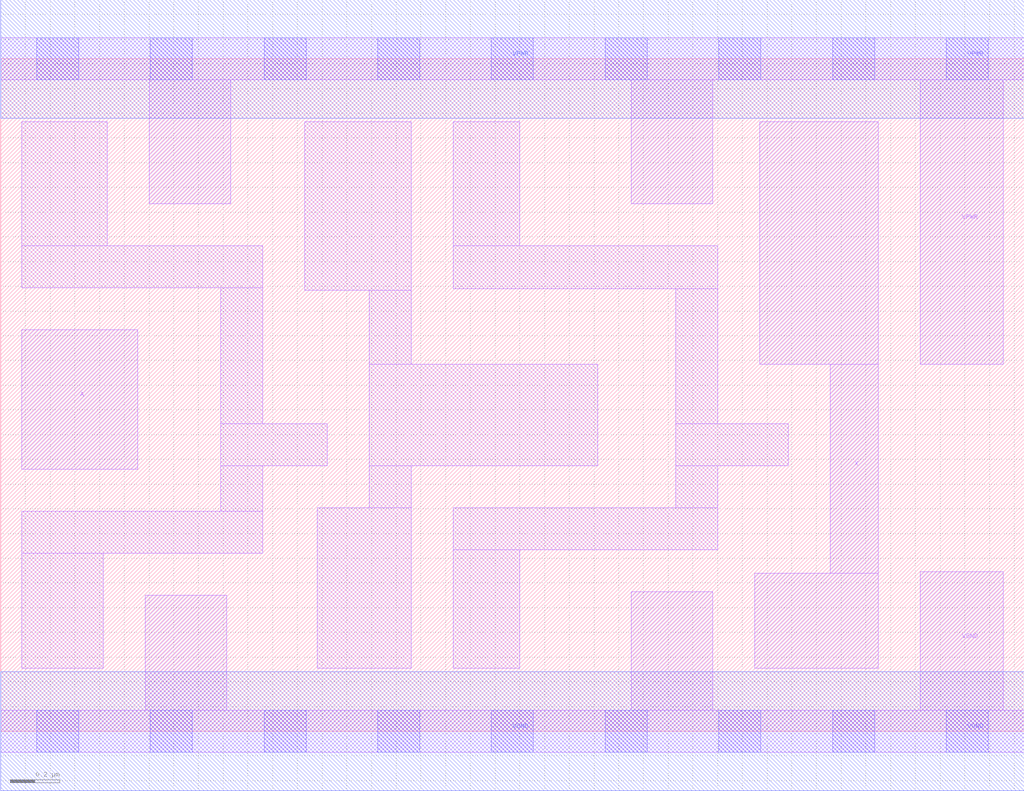
<source format=lef>
# Copyright 2020 The SkyWater PDK Authors
#
# Licensed under the Apache License, Version 2.0 (the "License");
# you may not use this file except in compliance with the License.
# You may obtain a copy of the License at
#
#     https://www.apache.org/licenses/LICENSE-2.0
#
# Unless required by applicable law or agreed to in writing, software
# distributed under the License is distributed on an "AS IS" BASIS,
# WITHOUT WARRANTIES OR CONDITIONS OF ANY KIND, either express or implied.
# See the License for the specific language governing permissions and
# limitations under the License.
#
# SPDX-License-Identifier: Apache-2.0

VERSION 5.7 ;
  NAMESCASESENSITIVE ON ;
  NOWIREEXTENSIONATPIN ON ;
  DIVIDERCHAR "/" ;
  BUSBITCHARS "[]" ;
UNITS
  DATABASE MICRONS 200 ;
END UNITS
MACRO sky130_fd_sc_hd__clkdlybuf4s15_2
  CLASS CORE ;
  SOURCE USER ;
  FOREIGN sky130_fd_sc_hd__clkdlybuf4s15_2 ;
  ORIGIN  0.000000  0.000000 ;
  SIZE  4.140000 BY  2.720000 ;
  SYMMETRY X Y R90 ;
  SITE unithd ;
  PIN A
    ANTENNAGATEAREA  0.213000 ;
    DIRECTION INPUT ;
    USE SIGNAL ;
    PORT
      LAYER li1 ;
        RECT 0.085000 1.060000 0.555000 1.625000 ;
    END
  END A
  PIN X
    ANTENNADIFFAREA  0.397600 ;
    DIRECTION OUTPUT ;
    USE SIGNAL ;
    PORT
      LAYER li1 ;
        RECT 3.050000 0.255000 3.550000 0.640000 ;
        RECT 3.070000 1.485000 3.550000 2.465000 ;
        RECT 3.355000 0.640000 3.550000 1.485000 ;
    END
  END X
  PIN VGND
    DIRECTION INOUT ;
    SHAPE ABUTMENT ;
    USE GROUND ;
    PORT
      LAYER li1 ;
        RECT 0.000000 -0.085000 4.140000 0.085000 ;
        RECT 0.585000  0.085000 0.915000 0.550000 ;
        RECT 2.550000  0.085000 2.880000 0.565000 ;
        RECT 3.720000  0.085000 4.055000 0.645000 ;
      LAYER mcon ;
        RECT 0.145000 -0.085000 0.315000 0.085000 ;
        RECT 0.605000 -0.085000 0.775000 0.085000 ;
        RECT 1.065000 -0.085000 1.235000 0.085000 ;
        RECT 1.525000 -0.085000 1.695000 0.085000 ;
        RECT 1.985000 -0.085000 2.155000 0.085000 ;
        RECT 2.445000 -0.085000 2.615000 0.085000 ;
        RECT 2.905000 -0.085000 3.075000 0.085000 ;
        RECT 3.365000 -0.085000 3.535000 0.085000 ;
        RECT 3.825000 -0.085000 3.995000 0.085000 ;
      LAYER met1 ;
        RECT 0.000000 -0.240000 4.140000 0.240000 ;
    END
  END VGND
  PIN VPWR
    DIRECTION INOUT ;
    SHAPE ABUTMENT ;
    USE POWER ;
    PORT
      LAYER li1 ;
        RECT 0.000000 2.635000 4.140000 2.805000 ;
        RECT 0.600000 2.135000 0.930000 2.635000 ;
        RECT 2.550000 2.135000 2.880000 2.635000 ;
        RECT 3.720000 1.485000 4.055000 2.635000 ;
      LAYER mcon ;
        RECT 0.145000 2.635000 0.315000 2.805000 ;
        RECT 0.605000 2.635000 0.775000 2.805000 ;
        RECT 1.065000 2.635000 1.235000 2.805000 ;
        RECT 1.525000 2.635000 1.695000 2.805000 ;
        RECT 1.985000 2.635000 2.155000 2.805000 ;
        RECT 2.445000 2.635000 2.615000 2.805000 ;
        RECT 2.905000 2.635000 3.075000 2.805000 ;
        RECT 3.365000 2.635000 3.535000 2.805000 ;
        RECT 3.825000 2.635000 3.995000 2.805000 ;
      LAYER met1 ;
        RECT 0.000000 2.480000 4.140000 2.960000 ;
    END
  END VPWR
  OBS
    LAYER li1 ;
      RECT 0.085000 0.255000 0.415000 0.720000 ;
      RECT 0.085000 0.720000 1.060000 0.890000 ;
      RECT 0.085000 1.795000 1.060000 1.965000 ;
      RECT 0.085000 1.965000 0.430000 2.465000 ;
      RECT 0.890000 0.890000 1.060000 1.075000 ;
      RECT 0.890000 1.075000 1.320000 1.245000 ;
      RECT 0.890000 1.245000 1.060000 1.795000 ;
      RECT 1.230000 1.785000 1.660000 2.465000 ;
      RECT 1.280000 0.255000 1.660000 0.905000 ;
      RECT 1.490000 0.905000 1.660000 1.075000 ;
      RECT 1.490000 1.075000 2.415000 1.485000 ;
      RECT 1.490000 1.485000 1.660000 1.785000 ;
      RECT 1.830000 0.255000 2.100000 0.735000 ;
      RECT 1.830000 0.735000 2.900000 0.905000 ;
      RECT 1.830000 1.790000 2.900000 1.965000 ;
      RECT 1.830000 1.965000 2.100000 2.465000 ;
      RECT 2.730000 0.905000 2.900000 1.075000 ;
      RECT 2.730000 1.075000 3.185000 1.245000 ;
      RECT 2.730000 1.245000 2.900000 1.790000 ;
  END
END sky130_fd_sc_hd__clkdlybuf4s15_2
END LIBRARY

</source>
